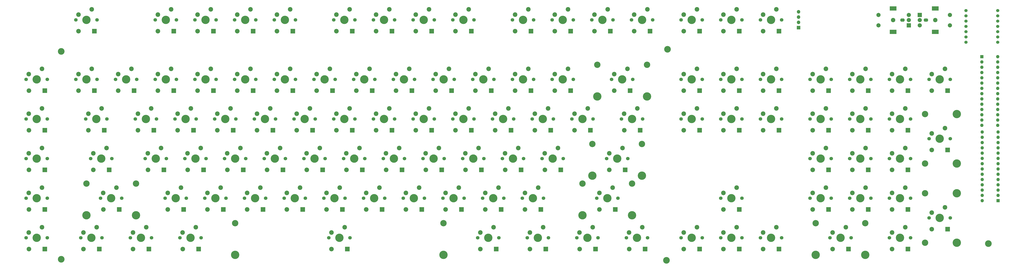
<source format=gbr>
%TF.GenerationSoftware,KiCad,Pcbnew,8.0.8*%
%TF.CreationDate,2025-11-12T22:54:25+00:00*%
%TF.ProjectId,Blueboard-Kicad,426c7565-626f-4617-9264-2d4b69636164,rev?*%
%TF.SameCoordinates,Original*%
%TF.FileFunction,Soldermask,Bot*%
%TF.FilePolarity,Negative*%
%FSLAX46Y46*%
G04 Gerber Fmt 4.6, Leading zero omitted, Abs format (unit mm)*
G04 Created by KiCad (PCBNEW 8.0.8) date 2025-11-12 22:54:25*
%MOMM*%
%LPD*%
G01*
G04 APERTURE LIST*
%ADD10C,3.200000*%
%ADD11C,1.700000*%
%ADD12C,4.000000*%
%ADD13C,2.200000*%
%ADD14C,3.050000*%
%ADD15O,2.200000X1.600000*%
%ADD16C,2.100000*%
%ADD17R,2.000000X2.000000*%
%ADD18C,2.000000*%
%ADD19R,3.200000X2.000000*%
%ADD20R,1.700000X1.700000*%
%ADD21O,1.700000X1.700000*%
%ADD22R,1.600000X1.600000*%
%ADD23O,1.600000X1.600000*%
%ADD24C,1.524000*%
%ADD25R,2.200000X2.200000*%
%ADD26O,2.200000X2.200000*%
G04 APERTURE END LIST*
D10*
%TO.C,REF\u002A\u002A*%
X47500000Y-247500000D03*
%TD*%
%TO.C,REF\u002A\u002A*%
X47500000Y-147500000D03*
%TD*%
%TO.C,REF\u002A\u002A*%
X338000000Y-248000000D03*
%TD*%
%TO.C,REF\u002A\u002A*%
X338500000Y-146500000D03*
%TD*%
%TO.C,REF\u002A\u002A*%
X492500000Y-240000000D03*
%TD*%
D11*
%TO.C,SW53*%
X316392500Y-180040000D03*
D12*
X321472500Y-180040000D03*
D11*
X326552500Y-180040000D03*
D13*
X324012500Y-174960000D03*
X317662500Y-177500000D03*
%TD*%
D11*
%TO.C,SW52*%
X292580000Y-180040000D03*
D12*
X297660000Y-180040000D03*
D11*
X302740000Y-180040000D03*
D13*
X300200000Y-174960000D03*
X293850000Y-177500000D03*
%TD*%
D11*
%TO.C,SW98*%
X80648750Y-237190000D03*
D12*
X85728750Y-237190000D03*
D11*
X90808750Y-237190000D03*
D13*
X88268750Y-232110000D03*
X81918750Y-234650000D03*
%TD*%
D11*
%TO.C,SW71*%
X240192500Y-199090000D03*
D12*
X245272500Y-199090000D03*
D11*
X250352500Y-199090000D03*
D13*
X247812500Y-194010000D03*
X241462500Y-196550000D03*
%TD*%
D11*
%TO.C,SW58*%
X425930000Y-180040000D03*
D12*
X431010000Y-180040000D03*
D11*
X436090000Y-180040000D03*
D13*
X433550000Y-174960000D03*
X427200000Y-177500000D03*
%TD*%
D11*
%TO.C,SW102*%
X271148750Y-237190000D03*
D12*
X276228750Y-237190000D03*
D11*
X281308750Y-237190000D03*
D13*
X278768750Y-232110000D03*
X272418750Y-234650000D03*
%TD*%
D14*
%TO.C,SW100*%
X130978750Y-230190000D03*
D12*
X130978750Y-245430000D03*
D11*
X175898750Y-237190000D03*
D12*
X180978750Y-237190000D03*
D11*
X186058750Y-237190000D03*
D14*
X230978750Y-230190000D03*
D12*
X230978750Y-245430000D03*
D13*
X183518750Y-232110000D03*
X177168750Y-234650000D03*
%TD*%
D11*
%TO.C,SW47*%
X197330000Y-180040000D03*
D12*
X202410000Y-180040000D03*
D11*
X207490000Y-180040000D03*
D13*
X204950000Y-174960000D03*
X198600000Y-177500000D03*
%TD*%
D11*
%TO.C,SW61*%
X30642500Y-199090000D03*
D12*
X35722500Y-199090000D03*
D11*
X40802500Y-199090000D03*
D13*
X38262500Y-194010000D03*
X31912500Y-196550000D03*
%TD*%
D11*
%TO.C,SW93*%
X425930000Y-218140000D03*
D12*
X431010000Y-218140000D03*
D11*
X436090000Y-218140000D03*
D13*
X433550000Y-213060000D03*
X427200000Y-215600000D03*
%TD*%
D11*
%TO.C,SW30*%
X283055000Y-160990000D03*
D12*
X288135000Y-160990000D03*
D11*
X293215000Y-160990000D03*
D13*
X290675000Y-155910000D03*
X284325000Y-158450000D03*
%TD*%
D11*
%TO.C,SW23*%
X149705000Y-160990000D03*
D12*
X154785000Y-160990000D03*
D11*
X159865000Y-160990000D03*
D13*
X157325000Y-155910000D03*
X150975000Y-158450000D03*
%TD*%
D15*
%TO.C,ROT3*%
X462500000Y-132500000D03*
D16*
X467000000Y-132500000D03*
D17*
X459500000Y-130000000D03*
D18*
X459500000Y-135000000D03*
X459500000Y-132500000D03*
D19*
X467000000Y-126900000D03*
X467000000Y-138100000D03*
D18*
X474000000Y-135000000D03*
X474000000Y-130000000D03*
%TD*%
D11*
%TO.C,SW69*%
X202092500Y-199090000D03*
D12*
X207172500Y-199090000D03*
D11*
X212252500Y-199090000D03*
D13*
X209712500Y-194010000D03*
X203362500Y-196550000D03*
%TD*%
D11*
%TO.C,SW37*%
X444980000Y-160990000D03*
D12*
X450060000Y-160990000D03*
D11*
X455140000Y-160990000D03*
D13*
X452600000Y-155910000D03*
X446250000Y-158450000D03*
%TD*%
D11*
%TO.C,SW64*%
X106842500Y-199090000D03*
D12*
X111922500Y-199090000D03*
D11*
X117002500Y-199090000D03*
D13*
X114462500Y-194010000D03*
X108112500Y-196550000D03*
%TD*%
D11*
%TO.C,SW65*%
X125892500Y-199090000D03*
D12*
X130972500Y-199090000D03*
D11*
X136052500Y-199090000D03*
D13*
X133512500Y-194010000D03*
X127162500Y-196550000D03*
%TD*%
D11*
%TO.C,SW5*%
X149705000Y-132415000D03*
D12*
X154785000Y-132415000D03*
D11*
X159865000Y-132415000D03*
D13*
X157325000Y-127335000D03*
X150975000Y-129875000D03*
%TD*%
D11*
%TO.C,SW105*%
X344967500Y-237190000D03*
D12*
X350047500Y-237190000D03*
D11*
X355127500Y-237190000D03*
D13*
X352587500Y-232110000D03*
X346237500Y-234650000D03*
%TD*%
D11*
%TO.C,SW75*%
X406880000Y-199090000D03*
D12*
X411960000Y-199090000D03*
D11*
X417040000Y-199090000D03*
D13*
X414500000Y-194010000D03*
X408150000Y-196550000D03*
%TD*%
D11*
%TO.C,SW82*%
X135417500Y-218140000D03*
D12*
X140497500Y-218140000D03*
D11*
X145577500Y-218140000D03*
D13*
X143037500Y-213060000D03*
X136687500Y-215600000D03*
%TD*%
D11*
%TO.C,SW96*%
X30642500Y-237190000D03*
D12*
X35722500Y-237190000D03*
D11*
X40802500Y-237190000D03*
D13*
X38262500Y-232110000D03*
X31912500Y-234650000D03*
%TD*%
D11*
%TO.C,SW85*%
X192567500Y-218140000D03*
D12*
X197647500Y-218140000D03*
D11*
X202727500Y-218140000D03*
D13*
X200187500Y-213060000D03*
X193837500Y-215600000D03*
%TD*%
D11*
%TO.C,SW15*%
X364017500Y-132415000D03*
D12*
X369097500Y-132415000D03*
D11*
X374177500Y-132415000D03*
D13*
X371637500Y-127335000D03*
X365287500Y-129875000D03*
%TD*%
D11*
%TO.C,SW86*%
X211617500Y-218140000D03*
D12*
X216697500Y-218140000D03*
D11*
X221777500Y-218140000D03*
D13*
X219237500Y-213060000D03*
X212887500Y-215600000D03*
%TD*%
D11*
%TO.C,SW68*%
X183042500Y-199090000D03*
D12*
X188122500Y-199090000D03*
D11*
X193202500Y-199090000D03*
D13*
X190662500Y-194010000D03*
X184312500Y-196550000D03*
%TD*%
D11*
%TO.C,SW87*%
X230667500Y-218140000D03*
D12*
X235747500Y-218140000D03*
D11*
X240827500Y-218140000D03*
D13*
X238287500Y-213060000D03*
X231937500Y-215600000D03*
%TD*%
D11*
%TO.C,SW44*%
X140180000Y-180040000D03*
D12*
X145260000Y-180040000D03*
D11*
X150340000Y-180040000D03*
D13*
X147800000Y-174960000D03*
X141450000Y-177500000D03*
%TD*%
D11*
%TO.C,SW88*%
X249717500Y-218140000D03*
D12*
X254797500Y-218140000D03*
D11*
X259877500Y-218140000D03*
D13*
X257337500Y-213060000D03*
X250987500Y-215600000D03*
%TD*%
D11*
%TO.C,SW55*%
X364017500Y-180040000D03*
D12*
X369097500Y-180040000D03*
D11*
X374177500Y-180040000D03*
D13*
X371637500Y-174960000D03*
X365287500Y-177500000D03*
%TD*%
D11*
%TO.C,SW83*%
X154467500Y-218140000D03*
D12*
X159547500Y-218140000D03*
D11*
X164627500Y-218140000D03*
D13*
X162087500Y-213060000D03*
X155737500Y-215600000D03*
%TD*%
D11*
%TO.C,SW38*%
X464030000Y-160990000D03*
D12*
X469110000Y-160990000D03*
D11*
X474190000Y-160990000D03*
D13*
X471650000Y-155910000D03*
X465300000Y-158450000D03*
%TD*%
D11*
%TO.C,SW13*%
X321155000Y-132415000D03*
D12*
X326235000Y-132415000D03*
D11*
X331315000Y-132415000D03*
D13*
X328775000Y-127335000D03*
X322425000Y-129875000D03*
%TD*%
D11*
%TO.C,SW2*%
X92555000Y-132415000D03*
D12*
X97635000Y-132415000D03*
D11*
X102715000Y-132415000D03*
D13*
X100175000Y-127335000D03*
X93825000Y-129875000D03*
%TD*%
D11*
%TO.C,SW107*%
X383067500Y-237190000D03*
D12*
X388147500Y-237190000D03*
D11*
X393227500Y-237190000D03*
D13*
X390687500Y-232110000D03*
X384337500Y-234650000D03*
%TD*%
%TO.C,SW31*%
X312900000Y-158450000D03*
X319250000Y-155910000D03*
D12*
X328610000Y-169230000D03*
D14*
X328610000Y-153990000D03*
D11*
X321790000Y-160990000D03*
D12*
X316710000Y-160990000D03*
D11*
X311630000Y-160990000D03*
D12*
X304810000Y-169230000D03*
D14*
X304810000Y-153990000D03*
%TD*%
D11*
%TO.C,SW11*%
X283055000Y-132415000D03*
D12*
X288135000Y-132415000D03*
D11*
X293215000Y-132415000D03*
D13*
X290675000Y-127335000D03*
X284325000Y-129875000D03*
%TD*%
D11*
%TO.C,SW78*%
X30642500Y-218140000D03*
D12*
X35722500Y-218140000D03*
D11*
X40802500Y-218140000D03*
D13*
X38262500Y-213060000D03*
X31912500Y-215600000D03*
%TD*%
D11*
%TO.C,SW73*%
X278292500Y-199090000D03*
D12*
X283372500Y-199090000D03*
D11*
X288452500Y-199090000D03*
D13*
X285912500Y-194010000D03*
X279562500Y-196550000D03*
%TD*%
D11*
%TO.C,SW16*%
X383067500Y-132415000D03*
D12*
X388147500Y-132415000D03*
D11*
X393227500Y-132415000D03*
D13*
X390687500Y-127335000D03*
X384337500Y-129875000D03*
%TD*%
D11*
%TO.C,SW29*%
X264005000Y-160990000D03*
D12*
X269085000Y-160990000D03*
D11*
X274165000Y-160990000D03*
D13*
X271625000Y-155910000D03*
X265275000Y-158450000D03*
%TD*%
D11*
%TO.C,SW27*%
X225905000Y-160990000D03*
D12*
X230985000Y-160990000D03*
D11*
X236065000Y-160990000D03*
D13*
X233525000Y-155910000D03*
X227175000Y-158450000D03*
%TD*%
D14*
%TO.C,SW90*%
X297666250Y-211140000D03*
D12*
X297666250Y-226380000D03*
D11*
X304486250Y-218140000D03*
D12*
X309566250Y-218140000D03*
D11*
X314646250Y-218140000D03*
D14*
X321466250Y-211140000D03*
D12*
X321466250Y-226380000D03*
D13*
X312106250Y-213060000D03*
X305756250Y-215600000D03*
%TD*%
D11*
%TO.C,SW76*%
X425930000Y-199090000D03*
D12*
X431010000Y-199090000D03*
D11*
X436090000Y-199090000D03*
D13*
X433550000Y-194010000D03*
X427200000Y-196550000D03*
%TD*%
D11*
%TO.C,SW22*%
X130655000Y-160990000D03*
D12*
X135735000Y-160990000D03*
D11*
X140815000Y-160990000D03*
D13*
X138275000Y-155910000D03*
X131925000Y-158450000D03*
%TD*%
D11*
%TO.C,SW40*%
X59217500Y-180040000D03*
D12*
X64297500Y-180040000D03*
D11*
X69377500Y-180040000D03*
D13*
X66837500Y-174960000D03*
X60487500Y-177500000D03*
%TD*%
D11*
%TO.C,SW34*%
X383067500Y-160990000D03*
D12*
X388147500Y-160990000D03*
D11*
X393227500Y-160990000D03*
D13*
X390687500Y-155910000D03*
X384337500Y-158450000D03*
%TD*%
D11*
%TO.C,SW25*%
X187805000Y-160990000D03*
D12*
X192885000Y-160990000D03*
D11*
X197965000Y-160990000D03*
D13*
X195425000Y-155910000D03*
X189075000Y-158450000D03*
%TD*%
D11*
%TO.C,SW66*%
X144942500Y-199090000D03*
D12*
X150022500Y-199090000D03*
D11*
X155102500Y-199090000D03*
D13*
X152562500Y-194010000D03*
X146212500Y-196550000D03*
%TD*%
D11*
%TO.C,SW48*%
X216380000Y-180040000D03*
D12*
X221460000Y-180040000D03*
D11*
X226540000Y-180040000D03*
D13*
X224000000Y-174960000D03*
X217650000Y-177500000D03*
%TD*%
D11*
%TO.C,SW14*%
X344967500Y-132415000D03*
D12*
X350047500Y-132415000D03*
D11*
X355127500Y-132415000D03*
D13*
X352587500Y-127335000D03*
X346237500Y-129875000D03*
%TD*%
D11*
%TO.C,SW36*%
X425930000Y-160990000D03*
D12*
X431010000Y-160990000D03*
D11*
X436090000Y-160990000D03*
D13*
X433550000Y-155910000D03*
X427200000Y-158450000D03*
%TD*%
D14*
%TO.C,SW79*%
X59541250Y-211140000D03*
D12*
X59541250Y-226380000D03*
D11*
X66361250Y-218140000D03*
D12*
X71441250Y-218140000D03*
D11*
X76521250Y-218140000D03*
D14*
X83341250Y-211140000D03*
D12*
X83341250Y-226380000D03*
D13*
X73981250Y-213060000D03*
X67631250Y-215600000D03*
%TD*%
D11*
%TO.C,SW106*%
X364017500Y-237190000D03*
D12*
X369097500Y-237190000D03*
D11*
X374177500Y-237190000D03*
D13*
X371637500Y-232110000D03*
X365287500Y-234650000D03*
%TD*%
D20*
%TO.C,J1*%
X401385000Y-136080000D03*
D21*
X401385000Y-133540000D03*
X401385000Y-131000000D03*
X401385000Y-128460000D03*
%TD*%
D15*
%TO.C,ROT2*%
X451250000Y-132500000D03*
D16*
X446750000Y-132500000D03*
D17*
X454250000Y-135000000D03*
D18*
X454250000Y-130000000D03*
X454250000Y-132500000D03*
D19*
X446750000Y-138100000D03*
X446750000Y-126900000D03*
D18*
X439750000Y-130000000D03*
X439750000Y-135000000D03*
%TD*%
D11*
%TO.C,SW17*%
X30642500Y-160990000D03*
D12*
X35722500Y-160990000D03*
D11*
X40802500Y-160990000D03*
D13*
X38262500Y-155910000D03*
X31912500Y-158450000D03*
%TD*%
D11*
%TO.C,SW57*%
X406880000Y-180040000D03*
D12*
X411960000Y-180040000D03*
D11*
X417040000Y-180040000D03*
D13*
X414500000Y-174960000D03*
X408150000Y-177500000D03*
%TD*%
D11*
%TO.C,SW97*%
X56836250Y-237190000D03*
D12*
X61916250Y-237190000D03*
D11*
X66996250Y-237190000D03*
D13*
X64456250Y-232110000D03*
X58106250Y-234650000D03*
%TD*%
D11*
%TO.C,SW99*%
X104461250Y-237190000D03*
D12*
X109541250Y-237190000D03*
D11*
X114621250Y-237190000D03*
D13*
X112081250Y-232110000D03*
X105731250Y-234650000D03*
%TD*%
D11*
%TO.C,SW32*%
X344967500Y-160990000D03*
D12*
X350047500Y-160990000D03*
D11*
X355127500Y-160990000D03*
D13*
X352587500Y-155910000D03*
X346237500Y-158450000D03*
%TD*%
D11*
%TO.C,SW28*%
X244955000Y-160990000D03*
D12*
X250035000Y-160990000D03*
D11*
X255115000Y-160990000D03*
D13*
X252575000Y-155910000D03*
X246225000Y-158450000D03*
%TD*%
D11*
%TO.C,SW24*%
X168755000Y-160990000D03*
D12*
X173835000Y-160990000D03*
D11*
X178915000Y-160990000D03*
D13*
X176375000Y-155910000D03*
X170025000Y-158450000D03*
%TD*%
D11*
%TO.C,SW92*%
X406880000Y-218140000D03*
D12*
X411960000Y-218140000D03*
D11*
X417040000Y-218140000D03*
D13*
X414500000Y-213060000D03*
X408150000Y-215600000D03*
%TD*%
D22*
%TO.C,U4*%
X489380000Y-150100000D03*
D23*
X489380000Y-152640000D03*
X489380000Y-155180000D03*
X489380000Y-157720000D03*
X489380000Y-160260000D03*
X489380000Y-162800000D03*
X489380000Y-165340000D03*
X489380000Y-167880000D03*
X489380000Y-170420000D03*
X489380000Y-172960000D03*
X489380000Y-175500000D03*
X489380000Y-178040000D03*
X489380000Y-180580000D03*
X489380000Y-183120000D03*
X497000000Y-183120000D03*
X497000000Y-180580000D03*
X497000000Y-178040000D03*
X497000000Y-175500000D03*
X497000000Y-172960000D03*
X497000000Y-170420000D03*
X497000000Y-167880000D03*
X497000000Y-165340000D03*
X497000000Y-162800000D03*
X497000000Y-160260000D03*
X497000000Y-157720000D03*
X497000000Y-155180000D03*
X497000000Y-152640000D03*
X497000000Y-150100000D03*
%TD*%
D11*
%TO.C,SW46*%
X178280000Y-180040000D03*
D12*
X183360000Y-180040000D03*
D11*
X188440000Y-180040000D03*
D13*
X185900000Y-174960000D03*
X179550000Y-177500000D03*
%TD*%
D11*
%TO.C,SW7*%
X197330000Y-132415000D03*
D12*
X202410000Y-132415000D03*
D11*
X207490000Y-132415000D03*
D13*
X204950000Y-127335000D03*
X198600000Y-129875000D03*
%TD*%
D11*
%TO.C,SW6*%
X178280000Y-132415000D03*
D12*
X183360000Y-132415000D03*
D11*
X188440000Y-132415000D03*
D13*
X185900000Y-127335000D03*
X179550000Y-129875000D03*
%TD*%
D11*
%TO.C,SW42*%
X102080000Y-180040000D03*
D12*
X107160000Y-180040000D03*
D11*
X112240000Y-180040000D03*
D13*
X109700000Y-174960000D03*
X103350000Y-177500000D03*
%TD*%
D11*
%TO.C,SW62*%
X61598750Y-199090000D03*
D12*
X66678750Y-199090000D03*
D11*
X71758750Y-199090000D03*
D13*
X69218750Y-194010000D03*
X62868750Y-196550000D03*
%TD*%
D11*
%TO.C,SW72*%
X259242500Y-199090000D03*
D12*
X264322500Y-199090000D03*
D11*
X269402500Y-199090000D03*
D13*
X266862500Y-194010000D03*
X260512500Y-196550000D03*
%TD*%
D11*
%TO.C,SW20*%
X92555000Y-160990000D03*
D12*
X97635000Y-160990000D03*
D11*
X102715000Y-160990000D03*
D13*
X100175000Y-155910000D03*
X93825000Y-158450000D03*
%TD*%
D11*
%TO.C,SW91*%
X364017500Y-218140000D03*
D12*
X369097500Y-218140000D03*
D11*
X374177500Y-218140000D03*
D13*
X371637500Y-213060000D03*
X365287500Y-215600000D03*
%TD*%
D11*
%TO.C,SW41*%
X83030000Y-180040000D03*
D12*
X88110000Y-180040000D03*
D11*
X93190000Y-180040000D03*
D13*
X90650000Y-174960000D03*
X84300000Y-177500000D03*
%TD*%
D11*
%TO.C,SW35*%
X406880000Y-160990000D03*
D12*
X411960000Y-160990000D03*
D11*
X417040000Y-160990000D03*
D13*
X414500000Y-155910000D03*
X408150000Y-158450000D03*
%TD*%
D11*
%TO.C,SW67*%
X163992500Y-199090000D03*
D12*
X169072500Y-199090000D03*
D11*
X174152500Y-199090000D03*
D13*
X171612500Y-194010000D03*
X165262500Y-196550000D03*
%TD*%
%TO.C,SW95*%
X465300000Y-225125000D03*
X471650000Y-222585000D03*
D12*
X477350000Y-239565000D03*
X477350000Y-215765000D03*
D11*
X474190000Y-227665000D03*
D12*
X469110000Y-227665000D03*
D11*
X464030000Y-227665000D03*
D14*
X462110000Y-239565000D03*
X462110000Y-215765000D03*
%TD*%
D11*
%TO.C,SW9*%
X235430000Y-132415000D03*
D12*
X240510000Y-132415000D03*
D11*
X245590000Y-132415000D03*
D13*
X243050000Y-127335000D03*
X236700000Y-129875000D03*
%TD*%
D11*
%TO.C,SW33*%
X364017500Y-160990000D03*
D12*
X369097500Y-160990000D03*
D11*
X374177500Y-160990000D03*
D13*
X371637500Y-155910000D03*
X365287500Y-158450000D03*
%TD*%
D11*
%TO.C,SW70*%
X221142500Y-199090000D03*
D12*
X226222500Y-199090000D03*
D11*
X231302500Y-199090000D03*
D13*
X228762500Y-194010000D03*
X222412500Y-196550000D03*
%TD*%
D11*
%TO.C,SW63*%
X87792500Y-199090000D03*
D12*
X92872500Y-199090000D03*
D11*
X97952500Y-199090000D03*
D13*
X95412500Y-194010000D03*
X89062500Y-196550000D03*
%TD*%
D22*
%TO.C,U3*%
X497120000Y-219360000D03*
D23*
X497120000Y-216820000D03*
X497120000Y-214280000D03*
X497120000Y-211740000D03*
X497120000Y-209200000D03*
X497120000Y-206660000D03*
X497120000Y-204120000D03*
X497120000Y-201580000D03*
X497120000Y-199040000D03*
X497120000Y-196500000D03*
X497120000Y-193960000D03*
X497120000Y-191420000D03*
X497120000Y-188880000D03*
X497120000Y-186340000D03*
X489500000Y-186340000D03*
X489500000Y-188880000D03*
X489500000Y-191420000D03*
X489500000Y-193960000D03*
X489500000Y-196500000D03*
X489500000Y-199040000D03*
X489500000Y-201580000D03*
X489500000Y-204120000D03*
X489500000Y-206660000D03*
X489500000Y-209200000D03*
X489500000Y-211740000D03*
X489500000Y-214280000D03*
X489500000Y-216820000D03*
X489500000Y-219360000D03*
%TD*%
D14*
%TO.C,SW60*%
X462110000Y-177665000D03*
X462110000Y-201465000D03*
D11*
X464030000Y-189565000D03*
D12*
X469110000Y-189565000D03*
D11*
X474190000Y-189565000D03*
D12*
X477350000Y-177665000D03*
X477350000Y-201465000D03*
D13*
X471650000Y-184485000D03*
X465300000Y-187025000D03*
%TD*%
D11*
%TO.C,SW51*%
X273530000Y-180040000D03*
D12*
X278610000Y-180040000D03*
D11*
X283690000Y-180040000D03*
D13*
X281150000Y-174960000D03*
X274800000Y-177500000D03*
%TD*%
D11*
%TO.C,SW56*%
X383067500Y-180040000D03*
D12*
X388147500Y-180040000D03*
D11*
X393227500Y-180040000D03*
D13*
X390687500Y-174960000D03*
X384337500Y-177500000D03*
%TD*%
D11*
%TO.C,SW80*%
X97317500Y-218140000D03*
D12*
X102397500Y-218140000D03*
D11*
X107477500Y-218140000D03*
D13*
X104937500Y-213060000D03*
X98587500Y-215600000D03*
%TD*%
D11*
%TO.C,SW104*%
X318773750Y-237190000D03*
D12*
X323853750Y-237190000D03*
D11*
X328933750Y-237190000D03*
D13*
X326393750Y-232110000D03*
X320043750Y-234650000D03*
%TD*%
D11*
%TO.C,SW89*%
X268767500Y-218140000D03*
D12*
X273847500Y-218140000D03*
D11*
X278927500Y-218140000D03*
D13*
X276387500Y-213060000D03*
X270037500Y-215600000D03*
%TD*%
D14*
%TO.C,SW74*%
X302428750Y-192090000D03*
D12*
X302428750Y-207330000D03*
D11*
X309248750Y-199090000D03*
D12*
X314328750Y-199090000D03*
D11*
X319408750Y-199090000D03*
D14*
X326228750Y-192090000D03*
D12*
X326228750Y-207330000D03*
D13*
X316868750Y-194010000D03*
X310518750Y-196550000D03*
%TD*%
D11*
%TO.C,SW94*%
X444980000Y-218140000D03*
D12*
X450060000Y-218140000D03*
D11*
X455140000Y-218140000D03*
D13*
X452600000Y-213060000D03*
X446250000Y-215600000D03*
%TD*%
D11*
%TO.C,SW77*%
X444980000Y-199090000D03*
D12*
X450060000Y-199090000D03*
D11*
X455140000Y-199090000D03*
D13*
X452600000Y-194010000D03*
X446250000Y-196550000D03*
%TD*%
D11*
%TO.C,SW39*%
X30642500Y-180040000D03*
D12*
X35722500Y-180040000D03*
D11*
X40802500Y-180040000D03*
D13*
X38262500Y-174960000D03*
X31912500Y-177500000D03*
%TD*%
D14*
%TO.C,SW108*%
X409585000Y-230190000D03*
D12*
X409585000Y-245430000D03*
D11*
X416405000Y-237190000D03*
D12*
X421485000Y-237190000D03*
D11*
X426565000Y-237190000D03*
D14*
X433385000Y-230190000D03*
D12*
X433385000Y-245430000D03*
D13*
X424025000Y-232110000D03*
X417675000Y-234650000D03*
%TD*%
D11*
%TO.C,SW84*%
X173517500Y-218140000D03*
D12*
X178597500Y-218140000D03*
D11*
X183677500Y-218140000D03*
D13*
X181137500Y-213060000D03*
X174787500Y-215600000D03*
%TD*%
D11*
%TO.C,SW59*%
X444980000Y-180040000D03*
D12*
X450060000Y-180040000D03*
D11*
X455140000Y-180040000D03*
D13*
X452600000Y-174960000D03*
X446250000Y-177500000D03*
%TD*%
D11*
%TO.C,SW21*%
X111605000Y-160990000D03*
D12*
X116685000Y-160990000D03*
D11*
X121765000Y-160990000D03*
D13*
X119225000Y-155910000D03*
X112875000Y-158450000D03*
%TD*%
D11*
%TO.C,SW49*%
X235430000Y-180040000D03*
D12*
X240510000Y-180040000D03*
D11*
X245590000Y-180040000D03*
D13*
X243050000Y-174960000D03*
X236700000Y-177500000D03*
%TD*%
D11*
%TO.C,SW103*%
X294961250Y-237190000D03*
D12*
X300041250Y-237190000D03*
D11*
X305121250Y-237190000D03*
D13*
X302581250Y-232110000D03*
X296231250Y-234650000D03*
%TD*%
D11*
%TO.C,SW81*%
X116367500Y-218140000D03*
D12*
X121447500Y-218140000D03*
D11*
X126527500Y-218140000D03*
D13*
X123987500Y-213060000D03*
X117637500Y-215600000D03*
%TD*%
D11*
%TO.C,SW109*%
X444980000Y-237190000D03*
D12*
X450060000Y-237190000D03*
D11*
X455140000Y-237190000D03*
D13*
X452600000Y-232110000D03*
X446250000Y-234650000D03*
%TD*%
D11*
%TO.C,SW4*%
X130655000Y-132415000D03*
D12*
X135735000Y-132415000D03*
D11*
X140815000Y-132415000D03*
D13*
X138275000Y-127335000D03*
X131925000Y-129875000D03*
%TD*%
D11*
%TO.C,SW26*%
X206855000Y-160990000D03*
D12*
X211935000Y-160990000D03*
D11*
X217015000Y-160990000D03*
D13*
X214475000Y-155910000D03*
X208125000Y-158450000D03*
%TD*%
D11*
%TO.C,SW45*%
X159230000Y-180040000D03*
D12*
X164310000Y-180040000D03*
D11*
X169390000Y-180040000D03*
D13*
X166850000Y-174960000D03*
X160500000Y-177500000D03*
%TD*%
D11*
%TO.C,SW19*%
X73505000Y-160990000D03*
D12*
X78585000Y-160990000D03*
D11*
X83665000Y-160990000D03*
D13*
X81125000Y-155910000D03*
X74775000Y-158450000D03*
%TD*%
D11*
%TO.C,SW101*%
X247336250Y-237190000D03*
D12*
X252416250Y-237190000D03*
D11*
X257496250Y-237190000D03*
D13*
X254956250Y-232110000D03*
X248606250Y-234650000D03*
%TD*%
D11*
%TO.C,SW54*%
X344967500Y-180040000D03*
D12*
X350047500Y-180040000D03*
D11*
X355127500Y-180040000D03*
D13*
X352587500Y-174960000D03*
X346237500Y-177500000D03*
%TD*%
D11*
%TO.C,SW12*%
X302105000Y-132415000D03*
D12*
X307185000Y-132415000D03*
D11*
X312265000Y-132415000D03*
D13*
X309725000Y-127335000D03*
X303375000Y-129875000D03*
%TD*%
D24*
%TO.C,U1*%
X497000000Y-127880000D03*
X497000000Y-130420000D03*
X497000000Y-132960000D03*
X497000000Y-135500000D03*
X497000000Y-138040000D03*
X497000000Y-140580000D03*
X497000000Y-143120000D03*
X481760000Y-143120000D03*
X481760000Y-140580000D03*
X481760000Y-138040000D03*
X481760000Y-135500000D03*
X481760000Y-132960000D03*
X481760000Y-130420000D03*
X481760000Y-127880000D03*
%TD*%
D11*
%TO.C,SW1*%
X54455000Y-132415000D03*
D12*
X59535000Y-132415000D03*
D11*
X64615000Y-132415000D03*
D13*
X62075000Y-127335000D03*
X55725000Y-129875000D03*
%TD*%
D11*
%TO.C,SW43*%
X121130000Y-180040000D03*
D12*
X126210000Y-180040000D03*
D11*
X131290000Y-180040000D03*
D13*
X128750000Y-174960000D03*
X122400000Y-177500000D03*
%TD*%
D11*
%TO.C,SW8*%
X216380000Y-132415000D03*
D12*
X221460000Y-132415000D03*
D11*
X226540000Y-132415000D03*
D13*
X224000000Y-127335000D03*
X217650000Y-129875000D03*
%TD*%
D11*
%TO.C,SW10*%
X264005000Y-132415000D03*
D12*
X269085000Y-132415000D03*
D11*
X274165000Y-132415000D03*
D13*
X271625000Y-127335000D03*
X265275000Y-129875000D03*
%TD*%
D11*
%TO.C,SW50*%
X254480000Y-180040000D03*
D12*
X259560000Y-180040000D03*
D11*
X264640000Y-180040000D03*
D13*
X262100000Y-174960000D03*
X255750000Y-177500000D03*
%TD*%
D25*
%TO.C,D37*%
X182447500Y-223560000D03*
D26*
X174827500Y-223560000D03*
%TD*%
D25*
%TO.C,D41*%
X191972500Y-204510000D03*
D26*
X184352500Y-204510000D03*
%TD*%
D25*
%TO.C,D28*%
X139585000Y-137835000D03*
D26*
X131965000Y-137835000D03*
%TD*%
D25*
%TO.C,D68*%
X282460000Y-185460000D03*
D26*
X274840000Y-185460000D03*
%TD*%
D25*
%TO.C,D53*%
X256266250Y-242610000D03*
D26*
X248646250Y-242610000D03*
%TD*%
D25*
%TO.C,D100*%
X434860000Y-204510000D03*
D26*
X427240000Y-204510000D03*
%TD*%
D25*
%TO.C,D98*%
X434860000Y-166410000D03*
D26*
X427240000Y-166410000D03*
%TD*%
D25*
%TO.C,D76*%
X272935000Y-137835000D03*
D26*
X265315000Y-137835000D03*
%TD*%
D25*
%TO.C,D99*%
X434860000Y-185460000D03*
D26*
X427240000Y-185460000D03*
%TD*%
D25*
%TO.C,D39*%
X177685000Y-166410000D03*
D26*
X170065000Y-166410000D03*
%TD*%
D25*
%TO.C,D86*%
X372947500Y-185460000D03*
D26*
X365327500Y-185460000D03*
%TD*%
D25*
%TO.C,D31*%
X153872500Y-204510000D03*
D26*
X146252500Y-204510000D03*
%TD*%
D25*
%TO.C,D49*%
X215785000Y-166410000D03*
D26*
X208165000Y-166410000D03*
%TD*%
D25*
%TO.C,D44*%
X206260000Y-185460000D03*
D26*
X198640000Y-185460000D03*
%TD*%
D25*
%TO.C,D47*%
X187210000Y-137835000D03*
D26*
X179590000Y-137835000D03*
%TD*%
D25*
%TO.C,D35*%
X168160000Y-185460000D03*
D26*
X160540000Y-185460000D03*
%TD*%
D25*
%TO.C,D40*%
X187210000Y-185460000D03*
D26*
X179590000Y-185460000D03*
%TD*%
D25*
%TO.C,D60*%
X244360000Y-137835000D03*
D26*
X236740000Y-137835000D03*
%TD*%
D25*
%TO.C,D23*%
X120535000Y-137835000D03*
D26*
X112915000Y-137835000D03*
%TD*%
D25*
%TO.C,D104*%
X453910000Y-204510000D03*
D26*
X446290000Y-204510000D03*
%TD*%
D25*
%TO.C,D43*%
X196735000Y-166410000D03*
D26*
X189115000Y-166410000D03*
%TD*%
D25*
%TO.C,D63*%
X268172500Y-204510000D03*
D26*
X260552500Y-204510000D03*
%TD*%
D25*
%TO.C,D8*%
X68147500Y-185460000D03*
D26*
X60527500Y-185460000D03*
%TD*%
D25*
%TO.C,D78*%
X318178750Y-204510000D03*
D26*
X310558750Y-204510000D03*
%TD*%
D25*
%TO.C,D16*%
X89578750Y-242610000D03*
D26*
X81958750Y-242610000D03*
%TD*%
D25*
%TO.C,D88*%
X372947500Y-223560000D03*
D26*
X365327500Y-223560000D03*
%TD*%
D25*
%TO.C,D33*%
X158635000Y-137835000D03*
D26*
X151015000Y-137835000D03*
%TD*%
D25*
%TO.C,D102*%
X453910000Y-166410000D03*
D26*
X446290000Y-166410000D03*
%TD*%
D25*
%TO.C,D21*%
X125297500Y-223560000D03*
D26*
X117677500Y-223560000D03*
%TD*%
D25*
%TO.C,D82*%
X353897500Y-185460000D03*
D26*
X346277500Y-185460000D03*
%TD*%
D25*
%TO.C,D72*%
X301510000Y-185460000D03*
D26*
X293890000Y-185460000D03*
%TD*%
D25*
%TO.C,D24*%
X120535000Y-166410000D03*
D26*
X112915000Y-166410000D03*
%TD*%
D25*
%TO.C,D55*%
X234835000Y-166410000D03*
D26*
X227215000Y-166410000D03*
%TD*%
D25*
%TO.C,D42*%
X201497500Y-223560000D03*
D26*
X193877500Y-223560000D03*
%TD*%
D25*
%TO.C,D87*%
X372947500Y-242610000D03*
D26*
X365327500Y-242610000D03*
%TD*%
D25*
%TO.C,D101*%
X434860000Y-223560000D03*
D26*
X427240000Y-223560000D03*
%TD*%
D25*
%TO.C,D48*%
X206260000Y-137835000D03*
D26*
X198640000Y-137835000D03*
%TD*%
D25*
%TO.C,D108*%
X472960000Y-194985000D03*
D26*
X465340000Y-194985000D03*
%TD*%
D25*
%TO.C,D58*%
X258647500Y-223560000D03*
D26*
X251027500Y-223560000D03*
%TD*%
D25*
%TO.C,D12*%
X82435000Y-166410000D03*
D26*
X74815000Y-166410000D03*
%TD*%
D25*
%TO.C,D38*%
X184828750Y-242610000D03*
D26*
X177208750Y-242610000D03*
%TD*%
D25*
%TO.C,D7*%
X63385000Y-166410000D03*
D26*
X55765000Y-166410000D03*
%TD*%
D25*
%TO.C,D105*%
X453910000Y-223560000D03*
D26*
X446290000Y-223560000D03*
%TD*%
D25*
%TO.C,D73*%
X311035000Y-137835000D03*
D26*
X303415000Y-137835000D03*
%TD*%
D25*
%TO.C,D6*%
X39572500Y-242610000D03*
D26*
X31952500Y-242610000D03*
%TD*%
D25*
%TO.C,D91*%
X391997500Y-185460000D03*
D26*
X384377500Y-185460000D03*
%TD*%
D25*
%TO.C,D103*%
X453910000Y-185460000D03*
D26*
X446290000Y-185460000D03*
%TD*%
D25*
%TO.C,D75*%
X325322500Y-185460000D03*
D26*
X317702500Y-185460000D03*
%TD*%
D25*
%TO.C,D22*%
X113391250Y-242610000D03*
D26*
X105771250Y-242610000D03*
%TD*%
D25*
%TO.C,D83*%
X372947500Y-137835000D03*
D26*
X365327500Y-137835000D03*
%TD*%
D25*
%TO.C,D27*%
X144347500Y-223560000D03*
D26*
X136727500Y-223560000D03*
%TD*%
D25*
%TO.C,D17*%
X101485000Y-137835000D03*
D26*
X93865000Y-137835000D03*
%TD*%
D25*
%TO.C,D19*%
X111010000Y-185460000D03*
D26*
X103390000Y-185460000D03*
%TD*%
D25*
%TO.C,D25*%
X130060000Y-185460000D03*
D26*
X122440000Y-185460000D03*
%TD*%
D25*
%TO.C,D96*%
X425335000Y-242610000D03*
D26*
X417715000Y-242610000D03*
%TD*%
D25*
%TO.C,D97*%
X415810000Y-223560000D03*
D26*
X408190000Y-223560000D03*
%TD*%
D25*
%TO.C,D71*%
X327703750Y-242610000D03*
D26*
X320083750Y-242610000D03*
%TD*%
D25*
%TO.C,D95*%
X415810000Y-185460000D03*
D26*
X408190000Y-185460000D03*
%TD*%
D25*
%TO.C,D13*%
X91960000Y-185460000D03*
D26*
X84340000Y-185460000D03*
%TD*%
D25*
%TO.C,D80*%
X353897500Y-137835000D03*
D26*
X346277500Y-137835000D03*
%TD*%
D25*
%TO.C,D110*%
X472960000Y-233085000D03*
D26*
X465340000Y-233085000D03*
%TD*%
D25*
%TO.C,D56*%
X244360000Y-185460000D03*
D26*
X236740000Y-185460000D03*
%TD*%
D25*
%TO.C,D85*%
X353897500Y-242610000D03*
D26*
X346277500Y-242610000D03*
%TD*%
D25*
%TO.C,D107*%
X472960000Y-166410000D03*
D26*
X465340000Y-166410000D03*
%TD*%
D25*
%TO.C,D90*%
X391997500Y-166410000D03*
D26*
X384377500Y-166410000D03*
%TD*%
D25*
%TO.C,D2*%
X63385000Y-137835000D03*
D26*
X55765000Y-137835000D03*
%TD*%
D25*
%TO.C,D15*%
X106247500Y-223560000D03*
D26*
X98627500Y-223560000D03*
%TD*%
D25*
%TO.C,D70*%
X313416250Y-223560000D03*
D26*
X305796250Y-223560000D03*
%TD*%
D25*
%TO.C,D57*%
X249122500Y-204510000D03*
D26*
X241502500Y-204510000D03*
%TD*%
D25*
%TO.C,D20*%
X115772500Y-204510000D03*
D26*
X108152500Y-204510000D03*
%TD*%
D25*
%TO.C,D30*%
X149110000Y-185460000D03*
D26*
X141490000Y-185460000D03*
%TD*%
D25*
%TO.C,D11*%
X65766250Y-242610000D03*
D26*
X58146250Y-242610000D03*
%TD*%
D25*
%TO.C,D84*%
X372947500Y-166410000D03*
D26*
X365327500Y-166410000D03*
%TD*%
D25*
%TO.C,D51*%
X230072500Y-204510000D03*
D26*
X222452500Y-204510000D03*
%TD*%
D25*
%TO.C,D29*%
X139585000Y-166410000D03*
D26*
X131965000Y-166410000D03*
%TD*%
D25*
%TO.C,D106*%
X453910000Y-242610000D03*
D26*
X446290000Y-242610000D03*
%TD*%
D25*
%TO.C,D32*%
X163397500Y-223560000D03*
D26*
X155777500Y-223560000D03*
%TD*%
D25*
%TO.C,D79*%
X330085000Y-137835000D03*
D26*
X322465000Y-137835000D03*
%TD*%
D25*
%TO.C,D46*%
X220547500Y-223560000D03*
D26*
X212927500Y-223560000D03*
%TD*%
%TO.C,D3*%
X31952500Y-185460000D03*
D25*
X39572500Y-185460000D03*
%TD*%
%TO.C,D14*%
X96722500Y-204510000D03*
D26*
X89102500Y-204510000D03*
%TD*%
D25*
%TO.C,D92*%
X415810000Y-204510000D03*
D26*
X408190000Y-204510000D03*
%TD*%
D25*
%TO.C,D18*%
X101485000Y-166410000D03*
D26*
X93865000Y-166410000D03*
%TD*%
D25*
%TO.C,D50*%
X225310000Y-185460000D03*
D26*
X217690000Y-185460000D03*
%TD*%
D25*
%TO.C,D81*%
X353897500Y-166410000D03*
D26*
X346277500Y-166410000D03*
%TD*%
D25*
%TO.C,D65*%
X303891250Y-242610000D03*
D26*
X296271250Y-242610000D03*
%TD*%
D25*
%TO.C,D5*%
X39572500Y-223560000D03*
D26*
X31952500Y-223560000D03*
%TD*%
D25*
%TO.C,D67*%
X272935000Y-166410000D03*
D26*
X265315000Y-166410000D03*
%TD*%
D25*
%TO.C,D61*%
X253885000Y-166410000D03*
D26*
X246265000Y-166410000D03*
%TD*%
D25*
%TO.C,D66*%
X291985000Y-166410000D03*
D26*
X284365000Y-166410000D03*
%TD*%
D25*
%TO.C,D52*%
X239597500Y-223560000D03*
D26*
X231977500Y-223560000D03*
%TD*%
D25*
%TO.C,D59*%
X280078750Y-242610000D03*
D26*
X272458750Y-242610000D03*
%TD*%
D25*
%TO.C,D93*%
X391997500Y-242610000D03*
D26*
X384377500Y-242610000D03*
%TD*%
D25*
%TO.C,D77*%
X291985000Y-137835000D03*
D26*
X284365000Y-137835000D03*
%TD*%
D25*
%TO.C,D26*%
X134822500Y-204510000D03*
D26*
X127202500Y-204510000D03*
%TD*%
D25*
%TO.C,D64*%
X277697500Y-223560000D03*
D26*
X270077500Y-223560000D03*
%TD*%
D25*
%TO.C,D74*%
X320560000Y-166410000D03*
D26*
X312940000Y-166410000D03*
%TD*%
D25*
%TO.C,D9*%
X70528750Y-204510000D03*
D26*
X62908750Y-204510000D03*
%TD*%
D25*
%TO.C,D45*%
X211022500Y-204510000D03*
D26*
X203402500Y-204510000D03*
%TD*%
D25*
%TO.C,D69*%
X287222500Y-204510000D03*
D26*
X279602500Y-204510000D03*
%TD*%
D25*
%TO.C,D89*%
X391997500Y-137835000D03*
D26*
X384377500Y-137835000D03*
%TD*%
D25*
%TO.C,D34*%
X158635000Y-166410000D03*
D26*
X151015000Y-166410000D03*
%TD*%
D25*
%TO.C,D36*%
X172922500Y-204510000D03*
D26*
X165302500Y-204510000D03*
%TD*%
D25*
%TO.C,D1*%
X39572500Y-166410000D03*
D26*
X31952500Y-166410000D03*
%TD*%
D25*
%TO.C,D62*%
X263410000Y-185460000D03*
D26*
X255790000Y-185460000D03*
%TD*%
D25*
%TO.C,D4*%
X39572500Y-204510000D03*
D26*
X31952500Y-204510000D03*
%TD*%
D25*
%TO.C,D94*%
X415810000Y-166410000D03*
D26*
X408190000Y-166410000D03*
%TD*%
D25*
%TO.C,D10*%
X75291250Y-223560000D03*
D26*
X67671250Y-223560000D03*
%TD*%
D13*
%TO.C,SW18*%
X55725000Y-158450000D03*
X62075000Y-155910000D03*
D11*
X64615000Y-160990000D03*
D12*
X59535000Y-160990000D03*
D11*
X54455000Y-160990000D03*
%TD*%
%TO.C,SW3*%
X111605000Y-132415000D03*
D12*
X116685000Y-132415000D03*
D11*
X121765000Y-132415000D03*
D13*
X119225000Y-127335000D03*
X112875000Y-129875000D03*
%TD*%
D25*
%TO.C,D54*%
X225310000Y-137835000D03*
D26*
X217690000Y-137835000D03*
%TD*%
M02*

</source>
